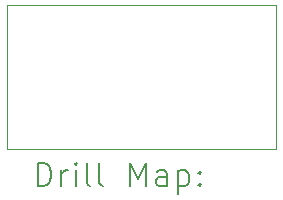
<source format=gbr>
%TF.GenerationSoftware,KiCad,Pcbnew,8.0.5-dirty*%
%TF.CreationDate,2025-03-26T08:57:07-07:00*%
%TF.ProjectId,yorp,796f7270-2e6b-4696-9361-645f70636258,rev?*%
%TF.SameCoordinates,Original*%
%TF.FileFunction,Drillmap*%
%TF.FilePolarity,Positive*%
%FSLAX45Y45*%
G04 Gerber Fmt 4.5, Leading zero omitted, Abs format (unit mm)*
G04 Created by KiCad (PCBNEW 8.0.5-dirty) date 2025-03-26 08:57:07*
%MOMM*%
%LPD*%
G01*
G04 APERTURE LIST*
%ADD10C,0.050000*%
%ADD11C,0.200000*%
G04 APERTURE END LIST*
D10*
X7307500Y-7939000D02*
X9582500Y-7939000D01*
X9582500Y-9163000D01*
X7307500Y-9163000D01*
X7307500Y-7939000D01*
D11*
X7565777Y-9476984D02*
X7565777Y-9276984D01*
X7565777Y-9276984D02*
X7613396Y-9276984D01*
X7613396Y-9276984D02*
X7641967Y-9286508D01*
X7641967Y-9286508D02*
X7661015Y-9305555D01*
X7661015Y-9305555D02*
X7670539Y-9324603D01*
X7670539Y-9324603D02*
X7680062Y-9362698D01*
X7680062Y-9362698D02*
X7680062Y-9391270D01*
X7680062Y-9391270D02*
X7670539Y-9429365D01*
X7670539Y-9429365D02*
X7661015Y-9448412D01*
X7661015Y-9448412D02*
X7641967Y-9467460D01*
X7641967Y-9467460D02*
X7613396Y-9476984D01*
X7613396Y-9476984D02*
X7565777Y-9476984D01*
X7765777Y-9476984D02*
X7765777Y-9343650D01*
X7765777Y-9381746D02*
X7775301Y-9362698D01*
X7775301Y-9362698D02*
X7784824Y-9353174D01*
X7784824Y-9353174D02*
X7803872Y-9343650D01*
X7803872Y-9343650D02*
X7822920Y-9343650D01*
X7889586Y-9476984D02*
X7889586Y-9343650D01*
X7889586Y-9276984D02*
X7880062Y-9286508D01*
X7880062Y-9286508D02*
X7889586Y-9296031D01*
X7889586Y-9296031D02*
X7899110Y-9286508D01*
X7899110Y-9286508D02*
X7889586Y-9276984D01*
X7889586Y-9276984D02*
X7889586Y-9296031D01*
X8013396Y-9476984D02*
X7994348Y-9467460D01*
X7994348Y-9467460D02*
X7984824Y-9448412D01*
X7984824Y-9448412D02*
X7984824Y-9276984D01*
X8118158Y-9476984D02*
X8099110Y-9467460D01*
X8099110Y-9467460D02*
X8089586Y-9448412D01*
X8089586Y-9448412D02*
X8089586Y-9276984D01*
X8346729Y-9476984D02*
X8346729Y-9276984D01*
X8346729Y-9276984D02*
X8413396Y-9419841D01*
X8413396Y-9419841D02*
X8480063Y-9276984D01*
X8480063Y-9276984D02*
X8480063Y-9476984D01*
X8661015Y-9476984D02*
X8661015Y-9372222D01*
X8661015Y-9372222D02*
X8651491Y-9353174D01*
X8651491Y-9353174D02*
X8632444Y-9343650D01*
X8632444Y-9343650D02*
X8594348Y-9343650D01*
X8594348Y-9343650D02*
X8575301Y-9353174D01*
X8661015Y-9467460D02*
X8641967Y-9476984D01*
X8641967Y-9476984D02*
X8594348Y-9476984D01*
X8594348Y-9476984D02*
X8575301Y-9467460D01*
X8575301Y-9467460D02*
X8565777Y-9448412D01*
X8565777Y-9448412D02*
X8565777Y-9429365D01*
X8565777Y-9429365D02*
X8575301Y-9410317D01*
X8575301Y-9410317D02*
X8594348Y-9400793D01*
X8594348Y-9400793D02*
X8641967Y-9400793D01*
X8641967Y-9400793D02*
X8661015Y-9391270D01*
X8756253Y-9343650D02*
X8756253Y-9543650D01*
X8756253Y-9353174D02*
X8775301Y-9343650D01*
X8775301Y-9343650D02*
X8813396Y-9343650D01*
X8813396Y-9343650D02*
X8832444Y-9353174D01*
X8832444Y-9353174D02*
X8841967Y-9362698D01*
X8841967Y-9362698D02*
X8851491Y-9381746D01*
X8851491Y-9381746D02*
X8851491Y-9438889D01*
X8851491Y-9438889D02*
X8841967Y-9457936D01*
X8841967Y-9457936D02*
X8832444Y-9467460D01*
X8832444Y-9467460D02*
X8813396Y-9476984D01*
X8813396Y-9476984D02*
X8775301Y-9476984D01*
X8775301Y-9476984D02*
X8756253Y-9467460D01*
X8937205Y-9457936D02*
X8946729Y-9467460D01*
X8946729Y-9467460D02*
X8937205Y-9476984D01*
X8937205Y-9476984D02*
X8927682Y-9467460D01*
X8927682Y-9467460D02*
X8937205Y-9457936D01*
X8937205Y-9457936D02*
X8937205Y-9476984D01*
X8937205Y-9353174D02*
X8946729Y-9362698D01*
X8946729Y-9362698D02*
X8937205Y-9372222D01*
X8937205Y-9372222D02*
X8927682Y-9362698D01*
X8927682Y-9362698D02*
X8937205Y-9353174D01*
X8937205Y-9353174D02*
X8937205Y-9372222D01*
M02*

</source>
